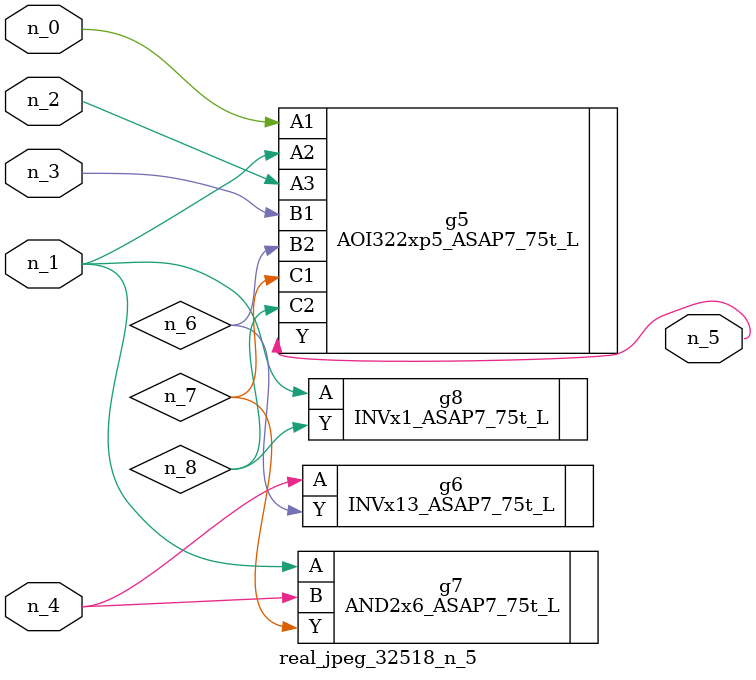
<source format=v>
module real_jpeg_32518_n_5 (n_4, n_0, n_1, n_2, n_3, n_5);

input n_4;
input n_0;
input n_1;
input n_2;
input n_3;

output n_5;

wire n_8;
wire n_6;
wire n_7;

AOI322xp5_ASAP7_75t_L g5 ( 
.A1(n_0),
.A2(n_1),
.A3(n_2),
.B1(n_3),
.B2(n_6),
.C1(n_7),
.C2(n_8),
.Y(n_5)
);

AND2x6_ASAP7_75t_L g7 ( 
.A(n_1),
.B(n_4),
.Y(n_7)
);

INVx1_ASAP7_75t_L g8 ( 
.A(n_1),
.Y(n_8)
);

INVx13_ASAP7_75t_L g6 ( 
.A(n_4),
.Y(n_6)
);


endmodule
</source>
